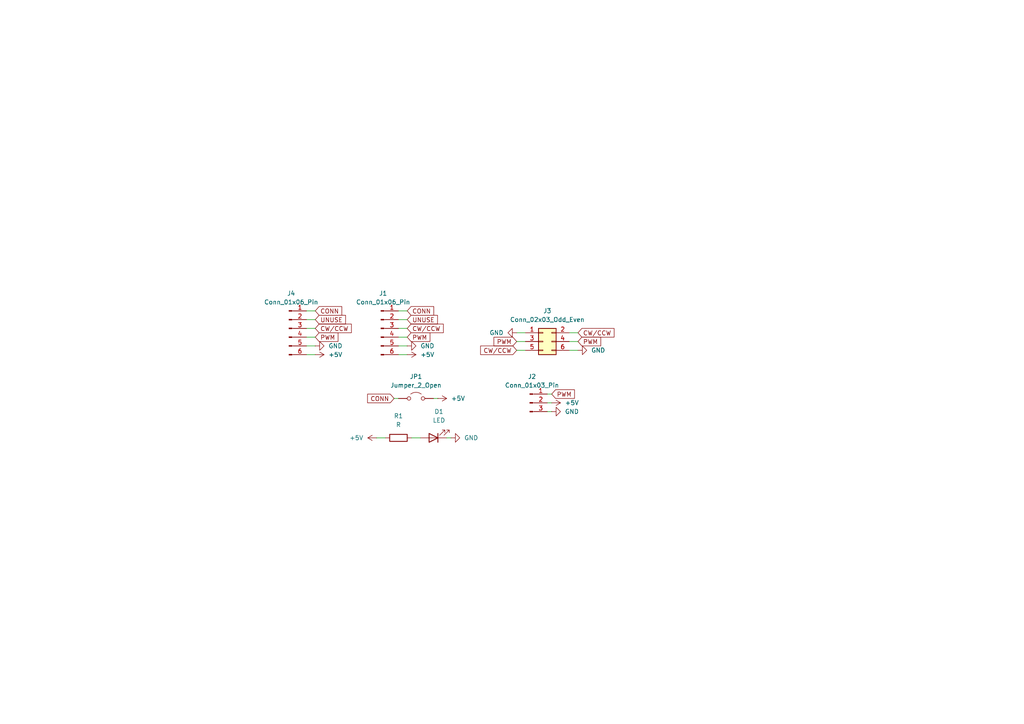
<source format=kicad_sch>
(kicad_sch (version 20231120) (generator "eeschema") (generator_version "8.0")
  (paper "A4")
  (lib_symbols
    (symbol "Connector:Conn_01x03_Pin" (pin_names (offset 1.016) hide)
      (property "Reference" "J" (at 0 5.08 0))
      (property "Value" "Conn_01x03_Pin" (at 0 -5.08 0))
      (symbol "Conn_01x03_Pin_1_1"
        (polyline (pts (xy 1.27 -2.54) (xy 0.8636 -2.54)) (stroke (width 0.1524)))
        (polyline (pts (xy 1.27 0) (xy 0.8636 0)) (stroke (width 0.1524)))
        (polyline (pts (xy 1.27 2.54) (xy 0.8636 2.54)) (stroke (width 0.1524)))
        (rectangle (start 0.8636 -2.413) (end 0 -2.667) (stroke (width 0.1524)) (fill (type outline)))
        (rectangle (start 0.8636 0.127) (end 0 -0.127) (stroke (width 0.1524)) (fill (type outline)))
        (rectangle (start 0.8636 2.667) (end 0 2.413) (stroke (width 0.1524)) (fill (type outline)))
        (pin passive line (at 5.08 2.54 180) (length 3.81) (name "Pin_1") (number "1"))
        (pin passive line (at 5.08 0 180) (length 3.81) (name "Pin_2") (number "2"))
        (pin passive line (at 5.08 -2.54 180) (length 3.81) (name "Pin_3") (number "3"))
      )
    )
    (symbol "Connector:Conn_01x06_Pin" (pin_names (offset 1.016) hide)
      (property "Reference" "J" (at 0 7.62 0))
      (property "Value" "Conn_01x06_Pin" (at 0 -10.16 0))
      (symbol "Conn_01x06_Pin_1_1"
        (polyline (pts (xy 1.27 -7.62) (xy 0.8636 -7.62)) (stroke (width 0.1524)))
        (polyline (pts (xy 1.27 -5.08) (xy 0.8636 -5.08)) (stroke (width 0.1524)))
        (polyline (pts (xy 1.27 -2.54) (xy 0.8636 -2.54)) (stroke (width 0.1524)))
        (polyline (pts (xy 1.27 0) (xy 0.8636 0)) (stroke (width 0.1524)))
        (polyline (pts (xy 1.27 2.54) (xy 0.8636 2.54)) (stroke (width 0.1524)))
        (polyline (pts (xy 1.27 5.08) (xy 0.8636 5.08)) (stroke (width 0.1524)))
        (rectangle (start 0.8636 -7.493) (end 0 -7.747) (stroke (width 0.1524)) (fill (type outline)))
        (rectangle (start 0.8636 -4.953) (end 0 -5.207) (stroke (width 0.1524)) (fill (type outline)))
        (rectangle (start 0.8636 -2.413) (end 0 -2.667) (stroke (width 0.1524)) (fill (type outline)))
        (rectangle (start 0.8636 0.127) (end 0 -0.127) (stroke (width 0.1524)) (fill (type outline)))
        (rectangle (start 0.8636 2.667) (end 0 2.413) (stroke (width 0.1524)) (fill (type outline)))
        (rectangle (start 0.8636 5.207) (end 0 4.953) (stroke (width 0.1524)) (fill (type outline)))
        (pin passive line (at 5.08 5.08 180) (length 3.81) (name "Pin_1") (number "1"))
        (pin passive line (at 5.08 2.54 180) (length 3.81) (name "Pin_2") (number "2"))
        (pin passive line (at 5.08 0 180) (length 3.81) (name "Pin_3") (number "3"))
        (pin passive line (at 5.08 -2.54 180) (length 3.81) (name "Pin_4") (number "4"))
        (pin passive line (at 5.08 -5.08 180) (length 3.81) (name "Pin_5") (number "5"))
        (pin passive line (at 5.08 -7.62 180) (length 3.81) (name "Pin_6") (number "6"))
      )
    )
    (symbol "Connector_Generic:Conn_02x03_Odd_Even" (pin_names (offset 1.016) hide)
      (property "Reference" "J" (at 1.27 5.08 0))
      (property "Value" "Conn_02x03_Odd_Even" (at 1.27 -5.08 0))
      (symbol "Conn_02x03_Odd_Even_1_1"
        (rectangle (start -1.27 -2.413) (end 0 -2.667) (stroke (width 0.1524)))
        (rectangle (start -1.27 0.127) (end 0 -0.127) (stroke (width 0.1524)))
        (rectangle (start -1.27 2.667) (end 0 2.413) (stroke (width 0.1524)))
        (rectangle (start -1.27 3.81) (end 3.81 -3.81) (stroke (width 0.254)) (fill (type background)))
        (rectangle (start 3.81 -2.413) (end 2.54 -2.667) (stroke (width 0.1524)))
        (rectangle (start 3.81 0.127) (end 2.54 -0.127) (stroke (width 0.1524)))
        (rectangle (start 3.81 2.667) (end 2.54 2.413) (stroke (width 0.1524)))
        (pin passive line (at -5.08 2.54 0) (length 3.81) (name "Pin_1") (number "1"))
        (pin passive line (at 7.62 2.54 180) (length 3.81) (name "Pin_2") (number "2"))
        (pin passive line (at -5.08 0 0) (length 3.81) (name "Pin_3") (number "3"))
        (pin passive line (at 7.62 0 180) (length 3.81) (name "Pin_4") (number "4"))
        (pin passive line (at -5.08 -2.54 0) (length 3.81) (name "Pin_5") (number "5"))
        (pin passive line (at 7.62 -2.54 180) (length 3.81) (name "Pin_6") (number "6"))
      )
    )
    (symbol "Device:LED" (pin_numbers hide) (pin_names (offset 1.016) hide)
      (property "Reference" "D" (at 0 2.54 0))
      (property "Value" "LED" (at 0 -2.54 0))
      (symbol "LED_0_1"
        (polyline (pts (xy -1.27 -1.27) (xy -1.27 1.27)) (stroke (width 0.254)))
        (polyline (pts (xy -1.27 0) (xy 1.27 0)))
        (polyline (pts (xy 1.27 -1.27) (xy 1.27 1.27) (xy -1.27 0) (xy 1.27 -1.27)) (stroke (width 0.254)))
        (polyline (pts (xy -3.048 -0.762) (xy -4.572 -2.286) (xy -3.81 -2.286) (xy -4.572 -2.286) (xy -4.572 -1.524)))
        (polyline (pts (xy -1.778 -0.762) (xy -3.302 -2.286) (xy -2.54 -2.286) (xy -3.302 -2.286) (xy -3.302 -1.524)))
      )
      (symbol "LED_1_1"
        (pin passive line (at -3.81 0 0) (length 2.54) (name "K") (number "1"))
        (pin passive line (at 3.81 0 180) (length 2.54) (name "A") (number "2"))
      )
    )
    (symbol "Device:R" (pin_numbers hide) (pin_names (offset 0))
      (property "Reference" "R" (at 2.032 0 90))
      (property "Value" "R" (at 0 0 90))
      (symbol "R_0_1"
        (rectangle (start -1.016 -2.54) (end 1.016 2.54) (stroke (width 0.254)))
      )
      (symbol "R_1_1"
        (pin passive line (at 0 3.81 270) (length 1.27) (name "~") (number "1"))
        (pin passive line (at 0 -3.81 90) (length 1.27) (name "~") (number "2"))
      )
    )
    (symbol "Jumper:Jumper_2_Open" (pin_numbers hide) (pin_names (offset 0) hide) (exclude_from_sim yes)
      (property "Reference" "JP" (at 0 2.794 0))
      (property "Value" "Jumper_2_Open" (at 0 -2.286 0))
      (symbol "Jumper_2_Open_0_0"
        (circle (center -2.032 0) (radius 0.508))
        (circle (center 2.032 0) (radius 0.508))
      )
      (symbol "Jumper_2_Open_0_1"
        (arc (start 1.524 1.27) (mid 0 1.778) (end -1.524 1.27))
      )
      (symbol "Jumper_2_Open_1_1"
        (pin passive line (at -5.08 0 0) (length 2.54) (name "A") (number "1"))
        (pin passive line (at 5.08 0 180) (length 2.54) (name "B") (number "2"))
      )
    )
    (symbol "power:+5V" (power) (pin_numbers hide) (pin_names (offset 0) hide)
      (property "Value" "+5V" (at 0 3.556 0))
      (symbol "+5V_0_1"
        (polyline (pts (xy -0.762 1.27) (xy 0 2.54)))
        (polyline (pts (xy 0 0) (xy 0 2.54)))
        (polyline (pts (xy 0 2.54) (xy 0.762 1.27)))
      )
      (symbol "+5V_1_1"
        (pin power_in line (at 0 0 90) (length 0) (name "~") (number "1"))
      )
    )
    (symbol "power:GND" (power) (pin_numbers hide) (pin_names (offset 0) hide)
      (property "Value" "GND" (at 0 -3.81 0))
      (symbol "GND_0_1"
        (polyline (pts (xy 0 0) (xy 0 -1.27) (xy 1.27 -1.27) (xy 0 -2.54) (xy -1.27 -1.27) (xy 0 -1.27)))
      )
      (symbol "GND_1_1"
        (pin power_in line (at 0 0 270) (length 0) (name "~") (number "1"))
      )
    )
  )
  (wire (pts (xy 160.02 114.3) (xy 158.75 114.3)))
  (wire (pts (xy 149.86 101.6) (xy 152.4 101.6)))
  (wire (pts (xy 91.44 95.25) (xy 88.9 95.25)))
  (wire (pts (xy 114.3 115.57) (xy 115.57 115.57)))
  (wire (pts (xy 118.11 100.33) (xy 115.57 100.33)))
  (wire (pts (xy 91.44 100.33) (xy 88.9 100.33)))
  (wire (pts (xy 118.11 95.25) (xy 115.57 95.25)))
  (wire (pts (xy 127 115.57) (xy 125.73 115.57)))
  (wire (pts (xy 160.02 116.84) (xy 158.75 116.84)))
  (wire (pts (xy 167.64 101.6) (xy 165.1 101.6)))
  (wire (pts (xy 109.22 127) (xy 111.76 127)))
  (wire (pts (xy 91.44 90.17) (xy 88.9 90.17)))
  (wire (pts (xy 91.44 92.71) (xy 88.9 92.71)))
  (wire (pts (xy 91.44 97.79) (xy 88.9 97.79)))
  (wire (pts (xy 160.02 119.38) (xy 158.75 119.38)))
  (wire (pts (xy 167.64 96.52) (xy 165.1 96.52)))
  (wire (pts (xy 149.86 99.06) (xy 152.4 99.06)))
  (wire (pts (xy 130.81 127) (xy 129.54 127)))
  (wire (pts (xy 118.11 90.17) (xy 115.57 90.17)))
  (wire (pts (xy 91.44 102.87) (xy 88.9 102.87)))
  (wire (pts (xy 149.86 96.52) (xy 152.4 96.52)))
  (wire (pts (xy 167.64 99.06) (xy 165.1 99.06)))
  (wire (pts (xy 118.11 102.87) (xy 115.57 102.87)))
  (wire (pts (xy 118.11 97.79) (xy 115.57 97.79)))
  (wire (pts (xy 119.38 127) (xy 121.92 127)))
  (wire (pts (xy 118.11 92.71) (xy 115.57 92.71)))
  (global_label "CW{slash}CCW" (shape input) (at 118.11 95.25 0) (property "Intersheetrefs" "${INTERSHEET_REFS}" (effects (hide yes))))
  (global_label "PWM" (shape input) (at 91.44 97.79 0) (property "Intersheetrefs" "${INTERSHEET_REFS}" (effects (hide yes))))
  (global_label "UNUSE" (shape input) (at 91.44 92.71 0) (property "Intersheetrefs" "${INTERSHEET_REFS}" (effects (hide yes))))
  (global_label "CONN" (shape input) (at 118.11 90.17 0) (property "Intersheetrefs" "${INTERSHEET_REFS}" (effects (hide yes))))
  (global_label "CONN" (shape input) (at 91.44 90.17 0) (property "Intersheetrefs" "${INTERSHEET_REFS}" (effects (hide yes))))
  (global_label "CW{slash}CCW" (shape input) (at 91.44 95.25 0) (property "Intersheetrefs" "${INTERSHEET_REFS}" (effects (hide yes))))
  (global_label "PWM" (shape input) (at 167.64 99.06 0) (property "Intersheetrefs" "${INTERSHEET_REFS}" (effects (hide yes))))
  (global_label "CONN" (shape input) (at 114.3 115.57 180) (property "Intersheetrefs" "${INTERSHEET_REFS}" (effects (hide yes))))
  (global_label "UNUSE" (shape input) (at 118.11 92.71 0) (property "Intersheetrefs" "${INTERSHEET_REFS}" (effects (hide yes))))
  (global_label "CW{slash}CCW" (shape input) (at 149.86 101.6 180) (property "Intersheetrefs" "${INTERSHEET_REFS}" (effects (hide yes))))
  (global_label "CW{slash}CCW" (shape input) (at 167.64 96.52 0) (property "Intersheetrefs" "${INTERSHEET_REFS}" (effects (hide yes))))
  (global_label "PWM" (shape input) (at 149.86 99.06 180) (property "Intersheetrefs" "${INTERSHEET_REFS}" (effects (hide yes))))
  (global_label "PWM" (shape input) (at 118.11 97.79 0) (property "Intersheetrefs" "${INTERSHEET_REFS}" (effects (hide yes))))
  (global_label "PWM" (shape input) (at 160.02 114.3 0) (property "Intersheetrefs" "${INTERSHEET_REFS}" (effects (hide yes))))
  (symbol (lib_id "power:+5V") (at 160.02 116.84 270) (unit 1)
    (property "Reference" "#PWR09" (effects (hide yes)))
    (property "Value" "+5V" (at 163.83 116.8399 90) (effects (justify left)))
    (property "Description" "Power symbol creates a global label with name \"+5V\"" (effects (hide yes)))
  )
  (symbol (lib_id "power:GND") (at 167.64 101.6 90) (unit 1)
    (property "Reference" "#PWR05" (effects (hide yes)))
    (property "Value" "GND" (at 171.45 101.5999 90) (effects (justify right)))
    (property "Description" "Power symbol creates a global label with name \"GND\" , ground" (effects (hide yes)))
  )
  (symbol (lib_id "Connector_Generic:Conn_02x03_Odd_Even") (at 157.48 99.06 0) (unit 1)
    (property "Reference" "J3" (at 158.75 90.17 0))
    (property "Value" "Conn_02x03_Odd_Even" (at 158.75 92.71 0))
    (property "Footprint" "Connector_PinSocket_2.54mm:PinSocket_2x03_P2.54mm_Horizontal" (effects (hide yes)))
    (property "Description" "Generic connector, double row, 02x03, odd/even pin numbering scheme (row 1 odd numbers, row 2 even numbers), script generated (kicad-library-utils/schlib/autogen/connector/)" (effects (hide yes)))
  )
  (symbol (lib_id "power:+5V") (at 127 115.57 270) (unit 1)
    (property "Reference" "#PWR03" (effects (hide yes)))
    (property "Value" "+5V" (at 130.81 115.5699 90) (effects (justify left)))
    (property "Description" "Power symbol creates a global label with name \"+5V\"" (effects (hide yes)))
  )
  (symbol (lib_id "power:+5V") (at 109.22 127 90) (unit 1)
    (property "Reference" "#PWR07" (effects (hide yes)))
    (property "Value" "+5V" (at 105.41 126.9999 90) (effects (justify left)))
    (property "Description" "Power symbol creates a global label with name \"+5V\"" (effects (hide yes)))
  )
  (symbol (lib_id "Connector:Conn_01x06_Pin") (at 110.49 95.25 0) (unit 1)
    (property "Reference" "J1" (at 111.125 85.09 0))
    (property "Value" "Conn_01x06_Pin" (at 111.125 87.63 0))
    (property "Footprint" "Connector_PinSocket_2.54mm:PinSocket_1x06_P2.54mm_Vertical" (effects (hide yes)))
    (property "Description" "Generic connector, single row, 01x06, script generated" (effects (hide yes)))
  )
  (symbol (lib_id "Connector:Conn_01x06_Pin") (at 83.82 95.25 0) (unit 1)
    (property "Reference" "J4" (at 84.455 85.09 0))
    (property "Value" "Conn_01x06_Pin" (at 84.455 87.63 0))
    (property "Footprint" "Connector_PinSocket_2.54mm:PinSocket_1x06_P2.54mm_Vertical" (effects (hide yes)))
    (property "Description" "Generic connector, single row, 01x06, script generated" (effects (hide yes)))
  )
  (symbol (lib_id "Connector:Conn_01x03_Pin") (at 153.67 116.84 0) (unit 1)
    (property "Reference" "J2" (at 154.305 109.22 0))
    (property "Value" "Conn_01x03_Pin" (at 154.305 111.76 0))
    (property "Footprint" "Connector_PinSocket_2.54mm:PinSocket_1x03_P2.54mm_Vertical" (effects (hide yes)))
    (property "Description" "Generic connector, single row, 01x03, script generated" (effects (hide yes)))
  )
  (symbol (lib_id "Jumper:Jumper_2_Open") (at 120.65 115.57 0) (unit 1) (exclude_from_sim yes)
    (property "Reference" "JP1" (at 120.65 109.22 0))
    (property "Value" "Jumper_2_Open" (at 120.65 111.76 0))
    (property "Footprint" "Jumper:SolderJumper-2_P1.3mm_Open_RoundedPad1.0x1.5mm" (effects (hide yes)))
    (property "Description" "Jumper, 2-pole, open" (effects (hide yes)))
  )
  (symbol (lib_id "power:GND") (at 130.81 127 90) (unit 1)
    (property "Reference" "#PWR06" (effects (hide yes)))
    (property "Value" "GND" (at 134.62 126.9999 90) (effects (justify right)))
    (property "Description" "Power symbol creates a global label with name \"GND\" , ground" (effects (hide yes)))
  )
  (symbol (lib_id "power:GND") (at 149.86 96.52 270) (unit 1)
    (property "Reference" "#PWR04" (effects (hide yes)))
    (property "Value" "GND" (at 146.05 96.5199 90) (effects (justify right)))
    (property "Description" "Power symbol creates a global label with name \"GND\" , ground" (effects (hide yes)))
  )
  (symbol (lib_id "Device:LED") (at 125.73 127 180) (unit 1)
    (property "Reference" "D1" (at 127.3175 119.38 0))
    (property "Value" "LED" (at 127.3175 121.92 0))
    (property "Footprint" "LED_THT:LED_D3.0mm" (effects (hide yes)))
    (property "Description" "Light emitting diode" (effects (hide yes)))
  )
  (symbol (lib_id "Device:R") (at 115.57 127 90) (unit 1)
    (property "Reference" "R1" (at 115.57 120.65 90))
    (property "Value" "R" (at 115.57 123.19 90))
    (property "Footprint" "Resistor_THT:R_Axial_DIN0207_L6.3mm_D2.5mm_P10.16mm_Horizontal" (effects (hide yes)))
    (property "Description" "Resistor" (effects (hide yes)))
  )
  (symbol (lib_id "power:+5V") (at 91.44 102.87 270) (unit 1)
    (property "Reference" "#PWR011" (effects (hide yes)))
    (property "Value" "+5V" (at 95.25 102.8699 90) (effects (justify left)))
    (property "Description" "Power symbol creates a global label with name \"+5V\"" (effects (hide yes)))
  )
  (symbol (lib_id "power:GND") (at 118.11 100.33 90) (unit 1)
    (property "Reference" "#PWR01" (effects (hide yes)))
    (property "Value" "GND" (at 121.92 100.3299 90) (effects (justify right)))
    (property "Description" "Power symbol creates a global label with name \"GND\" , ground" (effects (hide yes)))
  )
  (symbol (lib_id "power:GND") (at 91.44 100.33 90) (unit 1)
    (property "Reference" "#PWR010" (effects (hide yes)))
    (property "Value" "GND" (at 95.25 100.3299 90) (effects (justify right)))
    (property "Description" "Power symbol creates a global label with name \"GND\" , ground" (effects (hide yes)))
  )
  (symbol (lib_id "power:GND") (at 160.02 119.38 90) (unit 1)
    (property "Reference" "#PWR08" (effects (hide yes)))
    (property "Value" "GND" (at 163.83 119.3799 90) (effects (justify right)))
    (property "Description" "Power symbol creates a global label with name \"GND\" , ground" (effects (hide yes)))
  )
  (symbol (lib_id "power:+5V") (at 118.11 102.87 270) (unit 1)
    (property "Reference" "#PWR02" (effects (hide yes)))
    (property "Value" "+5V" (at 121.92 102.8699 90) (effects (justify left)))
    (property "Description" "Power symbol creates a global label with name \"+5V\"" (effects (hide yes)))
  )
)
</source>
